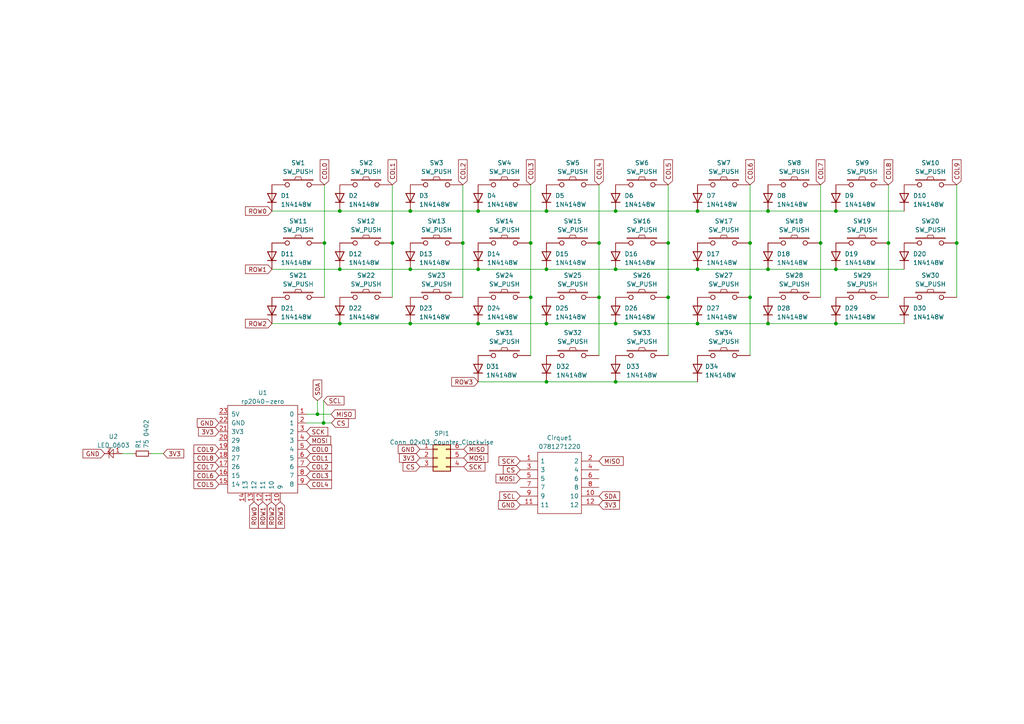
<source format=kicad_sch>
(kicad_sch (version 20230121) (generator eeschema)
  (paper "A4")
  (lib_symbols
    (symbol "0781271220:0781271220" (pin_names (offset 0.762))
      (property "Reference" "J" (at 19.05 7.62 0))
      (property "Value" "0781271220" (at 19.05 5.08 0))
      (symbol "0781271220_0_0"
        (pin passive line (at 0 0 0) (length 5.08) (name "1") (number "1"))
        (pin passive line (at 22.86 -10.16 180) (length 5.08) (name "10") (number "10"))
        (pin passive line (at 0 -12.7 0) (length 5.08) (name "11") (number "11"))
        (pin passive line (at 22.86 -12.7 180) (length 5.08) (name "12") (number "12"))
        (pin passive line (at 22.86 0 180) (length 5.08) (name "2") (number "2"))
        (pin passive line (at 0 -2.54 0) (length 5.08) (name "3") (number "3"))
        (pin passive line (at 22.86 -2.54 180) (length 5.08) (name "4") (number "4"))
        (pin passive line (at 0 -5.08 0) (length 5.08) (name "5") (number "5"))
        (pin passive line (at 22.86 -5.08 180) (length 5.08) (name "6") (number "6"))
        (pin passive line (at 0 -7.62 0) (length 5.08) (name "7") (number "7"))
        (pin passive line (at 22.86 -7.62 180) (length 5.08) (name "8") (number "8"))
        (pin passive line (at 0 -10.16 0) (length 5.08) (name "9") (number "9"))
      )
      (symbol "0781271220_0_1"
        (polyline (pts (xy 5.08 2.54) (xy 17.78 2.54) (xy 17.78 -15.24) (xy 5.08 -15.24) (xy 5.08 2.54)) (stroke (width 0.1524)))
      )
    )
    (symbol "Connector_Generic:Conn_02x03_Counter_Clockwise" (pin_names (offset 1.016) hide)
      (property "Reference" "J" (at 1.27 5.08 0))
      (property "Value" "Conn_02x03_Counter_Clockwise" (at 1.27 -5.08 0))
      (symbol "Conn_02x03_Counter_Clockwise_1_1"
        (rectangle (start -1.27 -2.413) (end 0 -2.667) (stroke (width 0.1524)))
        (rectangle (start -1.27 0.127) (end 0 -0.127) (stroke (width 0.1524)))
        (rectangle (start -1.27 2.667) (end 0 2.413) (stroke (width 0.1524)))
        (rectangle (start -1.27 3.81) (end 3.81 -3.81) (stroke (width 0.254)) (fill (type background)))
        (rectangle (start 3.81 -2.413) (end 2.54 -2.667) (stroke (width 0.1524)))
        (rectangle (start 3.81 0.127) (end 2.54 -0.127) (stroke (width 0.1524)))
        (rectangle (start 3.81 2.667) (end 2.54 2.413) (stroke (width 0.1524)))
        (pin passive line (at -5.08 2.54 0) (length 3.81) (name "Pin_1") (number "1"))
        (pin passive line (at -5.08 0 0) (length 3.81) (name "Pin_2") (number "2"))
        (pin passive line (at -5.08 -2.54 0) (length 3.81) (name "Pin_3") (number "3"))
        (pin passive line (at 7.62 -2.54 180) (length 3.81) (name "Pin_4") (number "4"))
        (pin passive line (at 7.62 0 180) (length 3.81) (name "Pin_5") (number "5"))
        (pin passive line (at 7.62 2.54 180) (length 3.81) (name "Pin_6") (number "6"))
      )
    )
    (symbol "Device:R_Small" (pin_numbers hide) (pin_names (offset 0.254) hide)
      (property "Reference" "R" (at 0.762 0.508 0))
      (property "Value" "R_Small" (at 0.762 -1.016 0))
      (symbol "R_Small_0_1"
        (rectangle (start -0.762 1.778) (end 0.762 -1.778) (stroke (width 0.2032)))
      )
      (symbol "R_Small_1_1"
        (pin passive line (at 0 2.54 270) (length 0.762) (name "~") (number "1"))
        (pin passive line (at 0 -2.54 90) (length 0.762) (name "~") (number "2"))
      )
    )
    (symbol "Diode:1N4148W" (pin_numbers hide) (pin_names hide)
      (property "Reference" "D" (at 0 2.54 0))
      (property "Value" "1N4148W" (at 0 -2.54 0))
      (symbol "1N4148W_0_1"
        (polyline (pts (xy -1.27 1.27) (xy -1.27 -1.27)) (stroke (width 0.254)))
        (polyline (pts (xy 1.27 0) (xy -1.27 0)))
        (polyline (pts (xy 1.27 1.27) (xy 1.27 -1.27) (xy -1.27 0) (xy 1.27 1.27)) (stroke (width 0.254)))
      )
      (symbol "1N4148W_1_1"
        (pin passive line (at -3.81 0 0) (length 2.54) (name "K") (number "1"))
        (pin passive line (at 3.81 0 180) (length 2.54) (name "A") (number "2"))
      )
    )
    (symbol "alexsyms:LED_0603"
      (property "Reference" "U" (at 0 6.35 0))
      (property "Value" "LED_0603" (at 0 2.54 0))
      (symbol "LED_0603_0_1"
        (polyline (pts (xy 0 0) (xy 0 -1.27)))
        (polyline (pts (xy 1.27 0) (xy -1.27 0)))
        (polyline (pts (xy -1.27 1.27) (xy 1.27 1.27) (xy 0 0) (xy -1.27 1.27) (xy 0 1.27) (xy 0 3.81)))
      )
      (symbol "LED_0603_1_1"
        (pin power_in line (at 0 3.81 270) (length 2.54) (name "") (number "1"))
        (pin power_out line (at 0 -1.27 90) (length 2.54) (name "") (number "2"))
      )
    )
    (symbol "kbd:SW_PUSH" (pin_numbers hide) (pin_names (offset 1.016) hide)
      (property "Reference" "SW" (at 3.81 2.794 0))
      (property "Value" "SW_PUSH" (at 0 -2.032 0))
      (symbol "SW_PUSH_0_1"
        (rectangle (start -4.318 1.27) (end 4.318 1.524))
        (polyline (pts (xy -1.016 1.524) (xy -0.762 2.286) (xy 0.762 2.286) (xy 1.016 1.524)))
        (pin passive inverted (at -7.62 0 0) (length 5.08) (name "1") (number "1"))
        (pin passive inverted (at 7.62 0 180) (length 5.08) (name "2") (number "2"))
      )
    )
    (symbol "mcu:rp2040-zero" (pin_names (offset 1.016))
      (property "Reference" "U" (at 0 15.24 0))
      (property "Value" "rp2040-zero" (at 0 12.7 0))
      (symbol "rp2040-zero_0_1"
        (rectangle (start -10.16 11.43) (end 10.16 -13.97))
      )
      (symbol "rp2040-zero_1_1"
        (pin bidirectional line (at 12.7 8.89 180) (length 2.54) (name "0") (number "1"))
        (pin bidirectional line (at 5.08 -16.51 90) (length 2.54) (name "9") (number "10"))
        (pin bidirectional line (at 2.54 -16.51 90) (length 2.54) (name "10") (number "11"))
        (pin bidirectional line (at 0 -16.51 90) (length 2.54) (name "11") (number "12"))
        (pin bidirectional line (at -2.54 -16.51 90) (length 2.54) (name "12") (number "13"))
        (pin bidirectional line (at -5.08 -16.51 90) (length 2.54) (name "13") (number "14"))
        (pin bidirectional line (at -12.7 -11.43 0) (length 2.54) (name "14") (number "15"))
        (pin bidirectional line (at -12.7 -8.89 0) (length 2.54) (name "15") (number "16"))
        (pin bidirectional line (at -12.7 -6.35 0) (length 2.54) (name "26") (number "17"))
        (pin bidirectional line (at -12.7 -3.81 0) (length 2.54) (name "27") (number "18"))
        (pin bidirectional line (at -12.7 -1.27 0) (length 2.54) (name "28") (number "19"))
        (pin bidirectional line (at 12.7 6.35 180) (length 2.54) (name "1") (number "2"))
        (pin bidirectional line (at -12.7 1.27 0) (length 2.54) (name "29") (number "20"))
        (pin power_out line (at -12.7 3.81 0) (length 2.54) (name "3V3") (number "21"))
        (pin power_out line (at -12.7 6.35 0) (length 2.54) (name "GND") (number "22"))
        (pin power_out line (at -12.7 8.89 0) (length 2.54) (name "5V") (number "23"))
        (pin bidirectional line (at 12.7 3.81 180) (length 2.54) (name "2") (number "3"))
        (pin bidirectional line (at 12.7 1.27 180) (length 2.54) (name "3") (number "4"))
        (pin bidirectional line (at 12.7 -1.27 180) (length 2.54) (name "4") (number "5"))
        (pin bidirectional line (at 12.7 -3.81 180) (length 2.54) (name "5") (number "6"))
        (pin bidirectional line (at 12.7 -6.35 180) (length 2.54) (name "6") (number "7"))
        (pin bidirectional line (at 12.7 -8.89 180) (length 2.54) (name "7") (number "8"))
        (pin bidirectional line (at 12.7 -11.43 180) (length 2.54) (name "8") (number "9"))
      )
    )
  )
  (junction (at 98.552 61.214))
  (junction (at 242.443 78.105))
  (junction (at 118.999 78.105))
  (junction (at 193.802 70.485))
  (junction (at 173.736 86.233))
  (junction (at 242.443 93.853))
  (junction (at 178.562 110.744))
  (junction (at 237.998 70.485))
  (junction (at 153.924 70.485))
  (junction (at 222.758 61.214))
  (junction (at 277.495 70.485))
  (junction (at 158.496 93.853))
  (junction (at 222.758 78.105))
  (junction (at 134.239 70.485))
  (junction (at 202.311 93.853))
  (junction (at 173.736 70.485))
  (junction (at 217.551 70.485))
  (junction (at 178.562 61.214))
  (junction (at 193.802 86.233))
  (junction (at 98.552 78.105))
  (junction (at 93.853 122.682))
  (junction (at 98.552 93.853))
  (junction (at 178.562 78.105))
  (junction (at 138.684 93.853))
  (junction (at 178.562 93.853))
  (junction (at 222.758 93.853))
  (junction (at 158.496 78.105))
  (junction (at 217.551 86.233))
  (junction (at 153.924 86.233))
  (junction (at 158.496 110.744))
  (junction (at 138.684 61.214))
  (junction (at 113.792 70.485))
  (junction (at 92.075 120.142))
  (junction (at 202.311 78.105))
  (junction (at 94.107 70.485))
  (junction (at 138.684 78.105))
  (junction (at 242.443 61.214))
  (junction (at 257.683 70.485))
  (junction (at 202.311 61.214))
  (junction (at 118.999 93.853))
  (junction (at 158.496 61.214))
  (junction (at 118.999 61.214))
  (wire (pts (xy 98.552 93.853) (xy 118.999 93.853)))
  (wire (pts (xy 193.802 53.594) (xy 193.802 70.485)))
  (wire (pts (xy 217.551 70.485) (xy 217.551 86.233)))
  (wire (pts (xy 178.562 78.105) (xy 202.311 78.105)))
  (wire (pts (xy 193.802 86.233) (xy 193.802 103.124)))
  (wire (pts (xy 178.562 110.744) (xy 202.311 110.744)))
  (wire (pts (xy 93.853 116.205) (xy 93.853 122.682)))
  (wire (pts (xy 78.867 61.214) (xy 98.552 61.214)))
  (wire (pts (xy 93.853 122.682) (xy 96.139 122.682)))
  (wire (pts (xy 94.107 70.485) (xy 94.107 86.233)))
  (wire (pts (xy 173.736 53.594) (xy 173.736 70.485)))
  (wire (pts (xy 222.758 78.105) (xy 242.443 78.105)))
  (wire (pts (xy 92.075 120.142) (xy 96.012 120.142)))
  (wire (pts (xy 237.998 70.485) (xy 237.998 86.233)))
  (wire (pts (xy 257.683 70.485) (xy 257.683 86.233)))
  (wire (pts (xy 217.551 53.594) (xy 217.551 70.485)))
  (wire (pts (xy 138.684 78.105) (xy 158.496 78.105)))
  (wire (pts (xy 88.9 120.142) (xy 92.075 120.142)))
  (wire (pts (xy 237.998 53.594) (xy 237.998 70.485)))
  (wire (pts (xy 158.496 61.214) (xy 178.562 61.214)))
  (wire (pts (xy 222.758 61.214) (xy 242.443 61.214)))
  (wire (pts (xy 217.551 86.233) (xy 217.551 103.124)))
  (wire (pts (xy 193.802 70.485) (xy 193.802 86.233)))
  (wire (pts (xy 118.999 93.853) (xy 138.684 93.853)))
  (wire (pts (xy 134.239 53.594) (xy 134.239 70.485)))
  (wire (pts (xy 35.433 131.572) (xy 38.735 131.572)))
  (wire (pts (xy 242.443 93.853) (xy 262.255 93.853)))
  (wire (pts (xy 158.496 93.853) (xy 178.562 93.853)))
  (wire (pts (xy 78.867 78.105) (xy 98.552 78.105)))
  (wire (pts (xy 113.792 70.485) (xy 113.792 86.233)))
  (wire (pts (xy 178.562 61.214) (xy 202.311 61.214)))
  (wire (pts (xy 202.311 93.853) (xy 222.758 93.853)))
  (wire (pts (xy 43.815 131.572) (xy 47.371 131.572)))
  (wire (pts (xy 118.999 78.105) (xy 138.684 78.105)))
  (wire (pts (xy 118.999 61.214) (xy 138.684 61.214)))
  (wire (pts (xy 202.311 61.214) (xy 222.758 61.214)))
  (wire (pts (xy 88.9 122.682) (xy 93.853 122.682)))
  (wire (pts (xy 153.924 86.233) (xy 153.924 103.124)))
  (wire (pts (xy 222.758 93.853) (xy 242.443 93.853)))
  (wire (pts (xy 94.107 53.594) (xy 94.107 70.485)))
  (wire (pts (xy 173.736 70.485) (xy 173.736 86.233)))
  (wire (pts (xy 78.867 93.853) (xy 98.552 93.853)))
  (wire (pts (xy 173.736 86.233) (xy 173.736 103.124)))
  (wire (pts (xy 138.684 93.853) (xy 158.496 93.853)))
  (wire (pts (xy 138.684 61.214) (xy 158.496 61.214)))
  (wire (pts (xy 202.311 78.105) (xy 222.758 78.105)))
  (wire (pts (xy 92.075 116.205) (xy 92.075 120.142)))
  (wire (pts (xy 98.552 61.214) (xy 118.999 61.214)))
  (wire (pts (xy 277.495 53.594) (xy 277.495 70.485)))
  (wire (pts (xy 134.239 70.485) (xy 134.239 86.233)))
  (wire (pts (xy 277.495 70.485) (xy 277.495 86.233)))
  (wire (pts (xy 158.496 110.744) (xy 178.562 110.744)))
  (wire (pts (xy 98.552 78.105) (xy 118.999 78.105)))
  (wire (pts (xy 138.684 110.744) (xy 158.496 110.744)))
  (wire (pts (xy 178.562 93.853) (xy 202.311 93.853)))
  (wire (pts (xy 242.443 78.105) (xy 262.255 78.105)))
  (wire (pts (xy 257.683 53.594) (xy 257.683 70.485)))
  (wire (pts (xy 153.924 70.485) (xy 153.924 86.233)))
  (wire (pts (xy 242.443 61.214) (xy 262.255 61.214)))
  (wire (pts (xy 153.924 53.594) (xy 153.924 70.485)))
  (wire (pts (xy 158.496 78.105) (xy 178.562 78.105)))
  (wire (pts (xy 113.792 53.594) (xy 113.792 70.485)))
  (global_label "ROW0" (shape input) (at 78.867 61.214 180) (property "Intersheetrefs" "${INTERSHEET_REFS}" (effects hide)))
  (global_label "GND" (shape input) (at 121.793 130.302 180) (property "Intersheetrefs" "${INTERSHEET_REFS}" (effects hide)))
  (global_label "MOSI" (shape input) (at 134.493 132.842 0) (property "Intersheetrefs" "${INTERSHEET_REFS}" (effects hide)))
  (global_label "COL0" (shape input) (at 94.107 53.594 90) (property "Intersheetrefs" "${INTERSHEET_REFS}" (effects hide)))
  (global_label "SCK" (shape input) (at 150.876 133.731 180) (property "Intersheetrefs" "${INTERSHEET_REFS}" (effects hide)))
  (global_label "COL2" (shape input) (at 88.9 135.382 0) (property "Intersheetrefs" "${INTERSHEET_REFS}" (effects hide)))
  (global_label "MISO" (shape input) (at 96.012 120.142 0) (property "Intersheetrefs" "${INTERSHEET_REFS}" (effects hide)))
  (global_label "COL8" (shape input) (at 257.683 53.594 90) (property "Intersheetrefs" "${INTERSHEET_REFS}" (effects hide)))
  (global_label "ROW2" (shape input) (at 78.74 145.542 270) (property "Intersheetrefs" "${INTERSHEET_REFS}" (effects hide)))
  (global_label "COL8" (shape input) (at 63.5 132.842 180) (property "Intersheetrefs" "${INTERSHEET_REFS}" (effects hide)))
  (global_label "COL1" (shape input) (at 88.9 132.842 0) (property "Intersheetrefs" "${INTERSHEET_REFS}" (effects hide)))
  (global_label "CS" (shape input) (at 150.876 136.271 180) (property "Intersheetrefs" "${INTERSHEET_REFS}" (effects hide)))
  (global_label "COL4" (shape input) (at 88.9 140.462 0) (property "Intersheetrefs" "${INTERSHEET_REFS}" (effects hide)))
  (global_label "SDA" (shape input) (at 173.736 143.891 0) (property "Intersheetrefs" "${INTERSHEET_REFS}" (effects hide)))
  (global_label "SCL" (shape input) (at 93.853 116.205 0) (property "Intersheetrefs" "${INTERSHEET_REFS}" (effects hide)))
  (global_label "3V3" (shape input) (at 173.736 146.431 0) (property "Intersheetrefs" "${INTERSHEET_REFS}" (effects hide)))
  (global_label "CS" (shape input) (at 96.139 122.682 0) (property "Intersheetrefs" "${INTERSHEET_REFS}" (effects hide)))
  (global_label "COL6" (shape input) (at 63.5 137.922 180) (property "Intersheetrefs" "${INTERSHEET_REFS}" (effects hide)))
  (global_label "COL2" (shape input) (at 134.239 53.594 90) (property "Intersheetrefs" "${INTERSHEET_REFS}" (effects hide)))
  (global_label "SCK" (shape input) (at 134.493 135.382 0) (property "Intersheetrefs" "${INTERSHEET_REFS}" (effects hide)))
  (global_label "SCL" (shape input) (at 150.876 143.891 180) (property "Intersheetrefs" "${INTERSHEET_REFS}" (effects hide)))
  (global_label "MOSI" (shape input) (at 150.876 138.811 180) (property "Intersheetrefs" "${INTERSHEET_REFS}" (effects hide)))
  (global_label "CS" (shape input) (at 121.793 135.382 180) (property "Intersheetrefs" "${INTERSHEET_REFS}" (effects hide)))
  (global_label "ROW3" (shape input) (at 81.28 145.542 270) (property "Intersheetrefs" "${INTERSHEET_REFS}" (effects hide)))
  (global_label "GND" (shape input) (at 30.353 131.572 180) (property "Intersheetrefs" "${INTERSHEET_REFS}" (effects hide)))
  (global_label "COL5" (shape input) (at 63.5 140.462 180) (property "Intersheetrefs" "${INTERSHEET_REFS}" (effects hide)))
  (global_label "COL7" (shape input) (at 237.998 53.594 90) (property "Intersheetrefs" "${INTERSHEET_REFS}" (effects hide)))
  (global_label "COL0" (shape input) (at 88.9 130.302 0) (property "Intersheetrefs" "${INTERSHEET_REFS}" (effects hide)))
  (global_label "ROW1" (shape input) (at 78.867 78.105 180) (property "Intersheetrefs" "${INTERSHEET_REFS}" (effects hide)))
  (global_label "SCK" (shape input) (at 88.9 125.222 0) (property "Intersheetrefs" "${INTERSHEET_REFS}" (effects hide)))
  (global_label "ROW2" (shape input) (at 78.867 93.853 180) (property "Intersheetrefs" "${INTERSHEET_REFS}" (effects hide)))
  (global_label "GND" (shape input) (at 63.5 122.682 180) (property "Intersheetrefs" "${INTERSHEET_REFS}" (effects hide)))
  (global_label "COL9" (shape input) (at 277.495 53.594 90) (property "Intersheetrefs" "${INTERSHEET_REFS}" (effects hide)))
  (global_label "COL1" (shape input) (at 113.792 53.594 90) (property "Intersheetrefs" "${INTERSHEET_REFS}" (effects hide)))
  (global_label "COL5" (shape input) (at 193.802 53.594 90) (property "Intersheetrefs" "${INTERSHEET_REFS}" (effects hide)))
  (global_label "MISO" (shape input) (at 134.493 130.302 0) (property "Intersheetrefs" "${INTERSHEET_REFS}" (effects hide)))
  (global_label "COL6" (shape input) (at 217.551 53.594 90) (property "Intersheetrefs" "${INTERSHEET_REFS}" (effects hide)))
  (global_label "GND" (shape input) (at 150.876 146.431 180) (property "Intersheetrefs" "${INTERSHEET_REFS}" (effects hide)))
  (global_label "COL3" (shape input) (at 153.924 53.594 90) (property "Intersheetrefs" "${INTERSHEET_REFS}" (effects hide)))
  (global_label "COL9" (shape input) (at 63.5 130.302 180) (property "Intersheetrefs" "${INTERSHEET_REFS}" (effects hide)))
  (global_label "SDA" (shape input) (at 92.075 116.205 90) (property "Intersheetrefs" "${INTERSHEET_REFS}" (effects hide)))
  (global_label "COL4" (shape input) (at 173.736 53.594 90) (property "Intersheetrefs" "${INTERSHEET_REFS}" (effects hide)))
  (global_label "ROW3" (shape input) (at 138.684 110.744 180) (property "Intersheetrefs" "${INTERSHEET_REFS}" (effects hide)))
  (global_label "3V3" (shape input) (at 121.793 132.842 180) (property "Intersheetrefs" "${INTERSHEET_REFS}" (effects hide)))
  (global_label "3V3" (shape input) (at 47.371 131.572 0) (property "Intersheetrefs" "${INTERSHEET_REFS}" (effects hide)))
  (global_label "COL7" (shape input) (at 63.5 135.382 180) (property "Intersheetrefs" "${INTERSHEET_REFS}" (effects hide)))
  (global_label "3V3" (shape input) (at 63.5 125.222 180) (property "Intersheetrefs" "${INTERSHEET_REFS}" (effects hide)))
  (global_label "ROW1" (shape input) (at 76.2 145.542 270) (property "Intersheetrefs" "${INTERSHEET_REFS}" (effects hide)))
  (global_label "ROW0" (shape input) (at 73.66 145.542 270) (property "Intersheetrefs" "${INTERSHEET_REFS}" (effects hide)))
  (global_label "COL3" (shape input) (at 88.9 137.922 0) (property "Intersheetrefs" "${INTERSHEET_REFS}" (effects hide)))
  (global_label "MISO" (shape input) (at 173.736 133.731 0) (property "Intersheetrefs" "${INTERSHEET_REFS}" (effects hide)))
  (global_label "MOSI" (shape input) (at 88.9 127.762 0) (property "Intersheetrefs" "${INTERSHEET_REFS}" (effects hide)))
  (symbol (lib_id "Diode:1N4148W") (at 178.562 74.295 90) (unit 1)
    (property "Reference" "D16" (at 181.102 73.66 90) (effects (justify right)))
    (property "Value" "1N4148W" (at 181.102 76.2 90) (effects (justify right)))
    (property "Footprint" "Diode_SMD:D_SOD-123" (effects hide))
    (property "Datasheet" "https://www.vishay.com/docs/85748/1n4148w.pdf" (effects hide))
    (property "Sim.Device" "D" (effects hide))
    (property "Sim.Pins" "1=K 2=A" (effects hide))
  )
  (symbol (lib_id "kbd:SW_PUSH") (at 230.378 53.594 0) (unit 1)
    (property "Reference" "SW8" (at 230.378 47.244 0))
    (property "Value" "SW_PUSH" (at 230.378 49.784 0))
    (property "Footprint" "keyswitches:Kailh_socket_MX_4fab" (effects hide))
  )
  (symbol (lib_id "kbd:SW_PUSH") (at 209.931 103.124 0) (unit 1)
    (property "Reference" "SW34" (at 209.931 96.52 0))
    (property "Value" "SW_PUSH" (at 209.931 99.06 0))
    (property "Footprint" "keyswitches:Kailh_socket_MX_4fab" (effects hide))
  )
  (symbol (lib_id "kbd:SW_PUSH") (at 166.116 70.485 0) (unit 1)
    (property "Reference" "SW15" (at 166.116 64.135 0))
    (property "Value" "SW_PUSH" (at 166.116 66.675 0))
    (property "Footprint" "keyswitches:Kailh_socket_MX_4fab" (effects hide))
  )
  (symbol (lib_id "Diode:1N4148W") (at 202.311 57.404 90) (unit 1)
    (property "Reference" "D7" (at 204.851 56.769 90) (effects (justify right)))
    (property "Value" "1N4148W" (at 204.851 59.309 90) (effects (justify right)))
    (property "Footprint" "Diode_SMD:D_SOD-123" (effects hide))
    (property "Datasheet" "https://www.vishay.com/docs/85748/1n4148w.pdf" (effects hide))
    (property "Sim.Device" "D" (effects hide))
    (property "Sim.Pins" "1=K 2=A" (effects hide))
  )
  (symbol (lib_id "kbd:SW_PUSH") (at 126.619 86.233 0) (unit 1)
    (property "Reference" "SW23" (at 126.619 79.883 0))
    (property "Value" "SW_PUSH" (at 126.619 82.423 0))
    (property "Footprint" "keyswitches:Kailh_socket_MX_4fab" (effects hide))
  )
  (symbol (lib_id "Diode:1N4148W") (at 202.311 74.295 90) (unit 1)
    (property "Reference" "D17" (at 204.851 73.66 90) (effects (justify right)))
    (property "Value" "1N4148W" (at 204.851 76.2 90) (effects (justify right)))
    (property "Footprint" "Diode_SMD:D_SOD-123" (effects hide))
    (property "Datasheet" "https://www.vishay.com/docs/85748/1n4148w.pdf" (effects hide))
    (property "Sim.Device" "D" (effects hide))
    (property "Sim.Pins" "1=K 2=A" (effects hide))
  )
  (symbol (lib_id "Diode:1N4148W") (at 262.255 74.295 90) (unit 1)
    (property "Reference" "D20" (at 264.795 73.66 90) (effects (justify right)))
    (property "Value" "1N4148W" (at 264.795 76.2 90) (effects (justify right)))
    (property "Footprint" "Diode_SMD:D_SOD-123" (effects hide))
    (property "Datasheet" "https://www.vishay.com/docs/85748/1n4148w.pdf" (effects hide))
    (property "Sim.Device" "D" (effects hide))
    (property "Sim.Pins" "1=K 2=A" (effects hide))
  )
  (symbol (lib_id "kbd:SW_PUSH") (at 126.619 53.594 0) (unit 1)
    (property "Reference" "SW3" (at 126.619 47.244 0))
    (property "Value" "SW_PUSH" (at 126.619 49.784 0))
    (property "Footprint" "keyswitches:Kailh_socket_MX_4fab" (effects hide))
  )
  (symbol (lib_id "Diode:1N4148W") (at 158.496 57.404 90) (unit 1)
    (property "Reference" "D5" (at 161.036 56.769 90) (effects (justify right)))
    (property "Value" "1N4148W" (at 161.036 59.309 90) (effects (justify right)))
    (property "Footprint" "Diode_SMD:D_SOD-123" (effects hide))
    (property "Datasheet" "https://www.vishay.com/docs/85748/1n4148w.pdf" (effects hide))
    (property "Sim.Device" "D" (effects hide))
    (property "Sim.Pins" "1=K 2=A" (effects hide))
  )
  (symbol (lib_id "kbd:SW_PUSH") (at 106.172 86.233 0) (unit 1)
    (property "Reference" "SW22" (at 106.172 79.883 0))
    (property "Value" "SW_PUSH" (at 106.172 82.423 0))
    (property "Footprint" "keyswitches:Kailh_socket_MX_4fab" (effects hide))
  )
  (symbol (lib_id "kbd:SW_PUSH") (at 106.172 53.594 0) (unit 1)
    (property "Reference" "SW2" (at 106.172 47.244 0))
    (property "Value" "SW_PUSH" (at 106.172 49.784 0))
    (property "Footprint" "keyswitches:Kailh_socket_MX_4fab" (effects hide))
  )
  (symbol (lib_id "Diode:1N4148W") (at 118.999 90.043 90) (unit 1)
    (property "Reference" "D23" (at 121.539 89.408 90) (effects (justify right)))
    (property "Value" "1N4148W" (at 121.539 91.948 90) (effects (justify right)))
    (property "Footprint" "Diode_SMD:D_SOD-123" (effects hide))
    (property "Datasheet" "https://www.vishay.com/docs/85748/1n4148w.pdf" (effects hide))
    (property "Sim.Device" "D" (effects hide))
    (property "Sim.Pins" "1=K 2=A" (effects hide))
  )
  (symbol (lib_id "kbd:SW_PUSH") (at 86.487 86.233 0) (unit 1)
    (property "Reference" "SW21" (at 86.487 79.883 0))
    (property "Value" "SW_PUSH" (at 86.487 82.423 0))
    (property "Footprint" "keyswitches:Kailh_socket_MX_4fab" (effects hide))
  )
  (symbol (lib_id "Diode:1N4148W") (at 202.311 90.043 90) (unit 1)
    (property "Reference" "D27" (at 204.851 89.408 90) (effects (justify right)))
    (property "Value" "1N4148W" (at 204.851 91.948 90) (effects (justify right)))
    (property "Footprint" "Diode_SMD:D_SOD-123" (effects hide))
    (property "Datasheet" "https://www.vishay.com/docs/85748/1n4148w.pdf" (effects hide))
    (property "Sim.Device" "D" (effects hide))
    (property "Sim.Pins" "1=K 2=A" (effects hide))
  )
  (symbol (lib_id "Diode:1N4148W") (at 178.562 106.934 90) (unit 1)
    (property "Reference" "D33" (at 181.61 106.299 90) (effects (justify right)))
    (property "Value" "1N4148W" (at 181.61 108.839 90) (effects (justify right)))
    (property "Footprint" "Diode_SMD:D_SOD-123" (effects hide))
    (property "Datasheet" "https://www.vishay.com/docs/85748/1n4148w.pdf" (effects hide))
    (property "Sim.Device" "D" (effects hide))
    (property "Sim.Pins" "1=K 2=A" (effects hide))
  )
  (symbol (lib_id "kbd:SW_PUSH") (at 166.116 86.233 0) (unit 1)
    (property "Reference" "SW25" (at 166.116 79.883 0))
    (property "Value" "SW_PUSH" (at 166.116 82.423 0))
    (property "Footprint" "keyswitches:Kailh_socket_MX_4fab" (effects hide))
  )
  (symbol (lib_id "Diode:1N4148W") (at 158.496 74.295 90) (unit 1)
    (property "Reference" "D15" (at 161.036 73.66 90) (effects (justify right)))
    (property "Value" "1N4148W" (at 161.036 76.2 90) (effects (justify right)))
    (property "Footprint" "Diode_SMD:D_SOD-123" (effects hide))
    (property "Datasheet" "https://www.vishay.com/docs/85748/1n4148w.pdf" (effects hide))
    (property "Sim.Device" "D" (effects hide))
    (property "Sim.Pins" "1=K 2=A" (effects hide))
  )
  (symbol (lib_id "Diode:1N4148W") (at 178.562 57.404 90) (unit 1)
    (property "Reference" "D6" (at 181.102 56.769 90) (effects (justify right)))
    (property "Value" "1N4148W" (at 181.102 59.309 90) (effects (justify right)))
    (property "Footprint" "Diode_SMD:D_SOD-123" (effects hide))
    (property "Datasheet" "https://www.vishay.com/docs/85748/1n4148w.pdf" (effects hide))
    (property "Sim.Device" "D" (effects hide))
    (property "Sim.Pins" "1=K 2=A" (effects hide))
  )
  (symbol (lib_id "kbd:SW_PUSH") (at 186.182 103.124 0) (unit 1)
    (property "Reference" "SW33" (at 186.182 96.52 0))
    (property "Value" "SW_PUSH" (at 186.182 99.06 0))
    (property "Footprint" "keyswitches:Kailh_socket_MX_4fab" (effects hide))
  )
  (symbol (lib_id "Diode:1N4148W") (at 242.443 90.043 90) (unit 1)
    (property "Reference" "D29" (at 244.983 89.408 90) (effects (justify right)))
    (property "Value" "1N4148W" (at 244.983 91.948 90) (effects (justify right)))
    (property "Footprint" "Diode_SMD:D_SOD-123" (effects hide))
    (property "Datasheet" "https://www.vishay.com/docs/85748/1n4148w.pdf" (effects hide))
    (property "Sim.Device" "D" (effects hide))
    (property "Sim.Pins" "1=K 2=A" (effects hide))
  )
  (symbol (lib_id "0781271220:0781271220") (at 150.876 133.731 0) (unit 1)
    (property "Reference" "Cirque1" (at 162.306 127 0))
    (property "Value" "0781271220" (at 162.306 129.54 0))
    (property "Footprint" "molex:0781271220" (effects hide))
    (property "Datasheet" "https://www.molex.com/pdm_docs/sd/781271220_sd.pdf" (effects hide))
    (property "Description" "Conn FFC/FPC Connector SKT 12 POS 0.5mm Solder ST SMD Easy-On T/R" (effects hide))
    (property "Height" "4.2" (effects hide))
    (property "Mouser Part Number" "538-78127-1220" (effects hide))
    (property "Mouser Price/Stock" "https://www.mouser.co.uk/ProductDetail/Molex/0781271220?qs=BJlw7L4Cy79IAfNy30YYvQ%3D%3D" (effects hide))
    (property "Manufacturer_Name" "Molex" (effects hide))
    (property "Manufacturer_Part_Number" "0781271220" (effects hide))
  )
  (symbol (lib_id "kbd:SW_PUSH") (at 86.487 70.485 0) (unit 1)
    (property "Reference" "SW11" (at 86.487 64.135 0))
    (property "Value" "SW_PUSH" (at 86.487 66.675 0))
    (property "Footprint" "keyswitches:Kailh_socket_MX_4fab" (effects hide))
  )
  (symbol (lib_id "kbd:SW_PUSH") (at 209.931 70.485 0) (unit 1)
    (property "Reference" "SW17" (at 209.931 64.135 0))
    (property "Value" "SW_PUSH" (at 209.931 66.675 0))
    (property "Footprint" "keyswitches:Kailh_socket_MX_4fab" (effects hide))
  )
  (symbol (lib_id "kbd:SW_PUSH") (at 269.875 53.594 0) (unit 1)
    (property "Reference" "SW10" (at 269.875 47.244 0))
    (property "Value" "SW_PUSH" (at 269.875 49.784 0))
    (property "Footprint" "keyswitches:Kailh_socket_MX_4fab" (effects hide))
  )
  (symbol (lib_id "Diode:1N4148W") (at 138.684 106.934 90) (unit 1)
    (property "Reference" "D31" (at 140.97 106.299 90) (effects (justify right)))
    (property "Value" "1N4148W" (at 140.97 108.839 90) (effects (justify right)))
    (property "Footprint" "Diode_SMD:D_SOD-123" (effects hide))
    (property "Datasheet" "https://www.vishay.com/docs/85748/1n4148w.pdf" (effects hide))
    (property "Sim.Device" "D" (effects hide))
    (property "Sim.Pins" "1=K 2=A" (effects hide))
  )
  (symbol (lib_id "kbd:SW_PUSH") (at 250.063 53.594 0) (unit 1)
    (property "Reference" "SW9" (at 250.063 47.244 0))
    (property "Value" "SW_PUSH" (at 250.063 49.784 0))
    (property "Footprint" "keyswitches:Kailh_socket_MX_4fab" (effects hide))
  )
  (symbol (lib_id "Device:R_Small") (at 41.275 131.572 90) (unit 1)
    (property "Reference" "R1" (at 40.1066 130.0734 0) (effects (justify left)))
    (property "Value" "75 0402" (at 42.418 130.0734 0) (effects (justify left)))
    (property "Footprint" "Resistor_SMD:R_0402_1005Metric" (effects hide))
    (property "JLC" " C25133" (effects hide))
  )
  (symbol (lib_id "kbd:SW_PUSH") (at 126.619 70.485 0) (unit 1)
    (property "Reference" "SW13" (at 126.619 64.135 0))
    (property "Value" "SW_PUSH" (at 126.619 66.675 0))
    (property "Footprint" "keyswitches:Kailh_socket_MX_4fab" (effects hide))
  )
  (symbol (lib_id "Diode:1N4148W") (at 98.552 74.295 90) (unit 1)
    (property "Reference" "D12" (at 101.092 73.66 90) (effects (justify right)))
    (property "Value" "1N4148W" (at 101.092 76.2 90) (effects (justify right)))
    (property "Footprint" "Diode_SMD:D_SOD-123" (effects hide))
    (property "Datasheet" "https://www.vishay.com/docs/85748/1n4148w.pdf" (effects hide))
    (property "Sim.Device" "D" (effects hide))
    (property "Sim.Pins" "1=K 2=A" (effects hide))
  )
  (symbol (lib_id "kbd:SW_PUSH") (at 230.378 70.485 0) (unit 1)
    (property "Reference" "SW18" (at 230.378 64.135 0))
    (property "Value" "SW_PUSH" (at 230.378 66.675 0))
    (property "Footprint" "keyswitches:Kailh_socket_MX_4fab" (effects hide))
  )
  (symbol (lib_id "Diode:1N4148W") (at 138.684 90.043 90) (unit 1)
    (property "Reference" "D24" (at 141.224 89.408 90) (effects (justify right)))
    (property "Value" "1N4148W" (at 141.224 91.948 90) (effects (justify right)))
    (property "Footprint" "Diode_SMD:D_SOD-123" (effects hide))
    (property "Datasheet" "https://www.vishay.com/docs/85748/1n4148w.pdf" (effects hide))
    (property "Sim.Device" "D" (effects hide))
    (property "Sim.Pins" "1=K 2=A" (effects hide))
  )
  (symbol (lib_id "Diode:1N4148W") (at 222.758 90.043 90) (unit 1)
    (property "Reference" "D28" (at 225.298 89.408 90) (effects (justify right)))
    (property "Value" "1N4148W" (at 225.298 91.948 90) (effects (justify right)))
    (property "Footprint" "Diode_SMD:D_SOD-123" (effects hide))
    (property "Datasheet" "https://www.vishay.com/docs/85748/1n4148w.pdf" (effects hide))
    (property "Sim.Device" "D" (effects hide))
    (property "Sim.Pins" "1=K 2=A" (effects hide))
  )
  (symbol (lib_id "Diode:1N4148W") (at 118.999 57.404 90) (unit 1)
    (property "Reference" "D3" (at 121.539 56.769 90) (effects (justify right)))
    (property "Value" "1N4148W" (at 121.539 59.309 90) (effects (justify right)))
    (property "Footprint" "Diode_SMD:D_SOD-123" (effects hide))
    (property "Datasheet" "https://www.vishay.com/docs/85748/1n4148w.pdf" (effects hide))
    (property "Sim.Device" "D" (effects hide))
    (property "Sim.Pins" "1=K 2=A" (effects hide))
  )
  (symbol (lib_id "kbd:SW_PUSH") (at 186.182 53.594 0) (unit 1)
    (property "Reference" "SW6" (at 186.182 47.244 0))
    (property "Value" "SW_PUSH" (at 186.182 49.784 0))
    (property "Footprint" "keyswitches:Kailh_socket_MX_4fab" (effects hide))
  )
  (symbol (lib_id "Diode:1N4148W") (at 78.867 74.295 90) (unit 1)
    (property "Reference" "D11" (at 81.407 73.66 90) (effects (justify right)))
    (property "Value" "1N4148W" (at 81.407 76.2 90) (effects (justify right)))
    (property "Footprint" "Diode_SMD:D_SOD-123" (effects hide))
    (property "Datasheet" "https://www.vishay.com/docs/85748/1n4148w.pdf" (effects hide))
    (property "Sim.Device" "D" (effects hide))
    (property "Sim.Pins" "1=K 2=A" (effects hide))
  )
  (symbol (lib_id "kbd:SW_PUSH") (at 86.487 53.594 0) (unit 1)
    (property "Reference" "SW1" (at 86.487 47.244 0))
    (property "Value" "SW_PUSH" (at 86.487 49.784 0))
    (property "Footprint" "keyswitches:Kailh_socket_MX_4fab" (effects hide))
  )
  (symbol (lib_id "Diode:1N4148W") (at 222.758 57.404 90) (unit 1)
    (property "Reference" "D8" (at 225.298 56.769 90) (effects (justify right)))
    (property "Value" "1N4148W" (at 225.298 59.309 90) (effects (justify right)))
    (property "Footprint" "Diode_SMD:D_SOD-123" (effects hide))
    (property "Datasheet" "https://www.vishay.com/docs/85748/1n4148w.pdf" (effects hide))
    (property "Sim.Device" "D" (effects hide))
    (property "Sim.Pins" "1=K 2=A" (effects hide))
  )
  (symbol (lib_id "kbd:SW_PUSH") (at 230.378 86.233 0) (unit 1)
    (property "Reference" "SW28" (at 230.378 79.883 0))
    (property "Value" "SW_PUSH" (at 230.378 82.423 0))
    (property "Footprint" "keyswitches:Kailh_socket_MX_4fab" (effects hide))
  )
  (symbol (lib_id "kbd:SW_PUSH") (at 209.931 86.233 0) (unit 1)
    (property "Reference" "SW27" (at 209.931 79.883 0))
    (property "Value" "SW_PUSH" (at 209.931 82.423 0))
    (property "Footprint" "keyswitches:Kailh_socket_MX_4fab" (effects hide))
  )
  (symbol (lib_id "Diode:1N4148W") (at 98.552 57.404 90) (unit 1)
    (property "Reference" "D2" (at 101.092 56.769 90) (effects (justify right)))
    (property "Value" "1N4148W" (at 101.092 59.309 90) (effects (justify right)))
    (property "Footprint" "Diode_SMD:D_SOD-123" (effects hide))
    (property "Datasheet" "https://www.vishay.com/docs/85748/1n4148w.pdf" (effects hide))
    (property "Sim.Device" "D" (effects hide))
    (property "Sim.Pins" "1=K 2=A" (effects hide))
  )
  (symbol (lib_id "alexsyms:LED_0603") (at 31.623 131.572 270) (unit 1)
    (property "Reference" "U2" (at 32.893 126.619 90))
    (property "Value" "LED_0603" (at 32.893 129.159 90))
    (property "Footprint" "alexmade:LED_0603" (effects hide))
    (property "JLC" "C2286" (effects hide))
  )
  (symbol (lib_id "Diode:1N4148W") (at 242.443 74.295 90) (unit 1)
    (property "Reference" "D19" (at 244.983 73.66 90) (effects (justify right)))
    (property "Value" "1N4148W" (at 244.983 76.2 90) (effects (justify right)))
    (property "Footprint" "Diode_SMD:D_SOD-123" (effects hide))
    (property "Datasheet" "https://www.vishay.com/docs/85748/1n4148w.pdf" (effects hide))
    (property "Sim.Device" "D" (effects hide))
    (property "Sim.Pins" "1=K 2=A" (effects hide))
  )
  (symbol (lib_id "kbd:SW_PUSH") (at 146.304 70.485 0) (unit 1)
    (property "Reference" "SW14" (at 146.304 64.135 0))
    (property "Value" "SW_PUSH" (at 146.304 66.675 0))
    (property "Footprint" "keyswitches:Kailh_socket_MX_4fab" (effects hide))
  )
  (symbol (lib_id "kbd:SW_PUSH") (at 186.182 86.233 0) (unit 1)
    (property "Reference" "SW26" (at 186.182 79.883 0))
    (property "Value" "SW_PUSH" (at 186.182 82.423 0))
    (property "Footprint" "keyswitches:Kailh_socket_MX_4fab" (effects hide))
  )
  (symbol (lib_id "kbd:SW_PUSH") (at 146.304 53.594 0) (unit 1)
    (property "Reference" "SW4" (at 146.304 47.244 0))
    (property "Value" "SW_PUSH" (at 146.304 49.784 0))
    (property "Footprint" "keyswitches:Kailh_socket_MX_4fab" (effects hide))
  )
  (symbol (lib_id "Diode:1N4148W") (at 158.496 106.934 90) (unit 1)
    (property "Reference" "D32" (at 161.29 106.299 90) (effects (justify right)))
    (property "Value" "1N4148W" (at 161.29 108.839 90) (effects (justify right)))
    (property "Footprint" "Diode_SMD:D_SOD-123" (effects hide))
    (property "Datasheet" "https://www.vishay.com/docs/85748/1n4148w.pdf" (effects hide))
    (property "Sim.Device" "D" (effects hide))
    (property "Sim.Pins" "1=K 2=A" (effects hide))
  )
  (symbol (lib_id "kbd:SW_PUSH") (at 250.063 70.485 0) (unit 1)
    (property "Reference" "SW19" (at 250.063 64.135 0))
    (property "Value" "SW_PUSH" (at 250.063 66.675 0))
    (property "Footprint" "keyswitches:Kailh_socket_MX_4fab" (effects hide))
  )
  (symbol (lib_id "Diode:1N4148W") (at 262.255 90.043 90) (unit 1)
    (property "Reference" "D30" (at 264.795 89.408 90) (effects (justify right)))
    (property "Value" "1N4148W" (at 264.795 91.948 90) (effects (justify right)))
    (property "Footprint" "Diode_SMD:D_SOD-123" (effects hide))
    (property "Datasheet" "https://www.vishay.com/docs/85748/1n4148w.pdf" (effects hide))
    (property "Sim.Device" "D" (effects hide))
    (property "Sim.Pins" "1=K 2=A" (effects hide))
  )
  (symbol (lib_id "kbd:SW_PUSH") (at 269.875 86.233 0) (unit 1)
    (property "Reference" "SW30" (at 269.875 79.883 0))
    (property "Value" "SW_PUSH" (at 269.875 82.423 0))
    (property "Footprint" "keyswitches:Kailh_socket_MX_4fab" (effects hide))
  )
  (symbol (lib_id "Diode:1N4148W") (at 138.684 74.295 90) (unit 1)
    (property "Reference" "D14" (at 141.224 73.66 90) (effects (justify right)))
    (property "Value" "1N4148W" (at 141.224 76.2 90) (effects (justify right)))
    (property "Footprint" "Diode_SMD:D_SOD-123" (effects hide))
    (property "Datasheet" "https://www.vishay.com/docs/85748/1n4148w.pdf" (effects hide))
    (property "Sim.Device" "D" (effects hide))
    (property "Sim.Pins" "1=K 2=A" (effects hide))
  )
  (symbol (lib_id "Diode:1N4148W") (at 262.255 57.404 90) (unit 1)
    (property "Reference" "D10" (at 264.795 56.769 90) (effects (justify right)))
    (property "Value" "1N4148W" (at 264.795 59.309 90) (effects (justify right)))
    (property "Footprint" "Diode_SMD:D_SOD-123" (effects hide))
    (property "Datasheet" "https://www.vishay.com/docs/85748/1n4148w.pdf" (effects hide))
    (property "Sim.Device" "D" (effects hide))
    (property "Sim.Pins" "1=K 2=A" (effects hide))
  )
  (symbol (lib_id "Diode:1N4148W") (at 158.496 90.043 90) (unit 1)
    (property "Reference" "D25" (at 161.036 89.408 90) (effects (justify right)))
    (property "Value" "1N4148W" (at 161.036 91.948 90) (effects (justify right)))
    (property "Footprint" "Diode_SMD:D_SOD-123" (effects hide))
    (property "Datasheet" "https://www.vishay.com/docs/85748/1n4148w.pdf" (effects hide))
    (property "Sim.Device" "D" (effects hide))
    (property "Sim.Pins" "1=K 2=A" (effects hide))
  )
  (symbol (lib_id "Diode:1N4148W") (at 78.867 57.404 90) (unit 1)
    (property "Reference" "D1" (at 81.407 56.769 90) (effects (justify right)))
    (property "Value" "1N4148W" (at 81.407 59.309 90) (effects (justify right)))
    (property "Footprint" "Diode_SMD:D_SOD-123" (effects hide))
    (property "Datasheet" "https://www.vishay.com/docs/85748/1n4148w.pdf" (effects hide))
    (property "Sim.Device" "D" (effects hide))
    (property "Sim.Pins" "1=K 2=A" (effects hide))
  )
  (symbol (lib_id "Diode:1N4148W") (at 242.443 57.404 90) (unit 1)
    (property "Reference" "D9" (at 244.983 56.769 90) (effects (justify right)))
    (property "Value" "1N4148W" (at 244.983 59.309 90) (effects (justify right)))
    (property "Footprint" "Diode_SMD:D_SOD-123" (effects hide))
    (property "Datasheet" "https://www.vishay.com/docs/85748/1n4148w.pdf" (effects hide))
    (property "Sim.Device" "D" (effects hide))
    (property "Sim.Pins" "1=K 2=A" (effects hide))
  )
  (symbol (lib_id "kbd:SW_PUSH") (at 250.063 86.233 0) (unit 1)
    (property "Reference" "SW29" (at 250.063 79.883 0))
    (property "Value" "SW_PUSH" (at 250.063 82.423 0))
    (property "Footprint" "keyswitches:Kailh_socket_MX_4fab" (effects hide))
  )
  (symbol (lib_id "Diode:1N4148W") (at 138.684 57.404 90) (unit 1)
    (property "Reference" "D4" (at 141.224 56.769 90) (effects (justify right)))
    (property "Value" "1N4148W" (at 141.224 59.309 90) (effects (justify right)))
    (property "Footprint" "Diode_SMD:D_SOD-123" (effects hide))
    (property "Datasheet" "https://www.vishay.com/docs/85748/1n4148w.pdf" (effects hide))
    (property "Sim.Device" "D" (effects hide))
    (property "Sim.Pins" "1=K 2=A" (effects hide))
  )
  (symbol (lib_id "kbd:SW_PUSH") (at 146.304 103.124 0) (unit 1)
    (property "Reference" "SW31" (at 146.304 96.52 0))
    (property "Value" "SW_PUSH" (at 146.304 99.06 0))
    (property "Footprint" "keyswitches:Kailh_socket_MX_4fab" (effects hide))
  )
  (symbol (lib_id "Diode:1N4148W") (at 178.562 90.043 90) (unit 1)
    (property "Reference" "D26" (at 181.102 89.408 90) (effects (justify right)))
    (property "Value" "1N4148W" (at 181.102 91.948 90) (effects (justify right)))
    (property "Footprint" "Diode_SMD:D_SOD-123" (effects hide))
    (property "Datasheet" "https://www.vishay.com/docs/85748/1n4148w.pdf" (effects hide))
    (property "Sim.Device" "D" (effects hide))
    (property "Sim.Pins" "1=K 2=A" (effects hide))
  )
  (symbol (lib_id "kbd:SW_PUSH") (at 166.116 103.124 0) (unit 1)
    (property "Reference" "SW32" (at 166.116 96.52 0))
    (property "Value" "SW_PUSH" (at 166.116 99.06 0))
    (property "Footprint" "keyswitches:Kailh_socket_MX_4fab" (effects hide))
  )
  (symbol (lib_id "Diode:1N4148W") (at 202.311 106.934 90) (unit 1)
    (property "Reference" "D34" (at 204.47 106.299 90) (effects (justify right)))
    (property "Value" "1N4148W" (at 204.47 108.839 90) (effects (justify right)))
    (property "Footprint" "Diode_SMD:D_SOD-123" (effects hide))
    (property "Datasheet" "https://www.vishay.com/docs/85748/1n4148w.pdf" (effects hide))
    (property "Sim.Device" "D" (effects hide))
    (property "Sim.Pins" "1=K 2=A" (effects hide))
  )
  (symbol (lib_id "mcu:rp2040-zero") (at 76.2 129.032 0) (unit 1)
    (property "Reference" "U1" (at 76.2 113.919 0))
    (property "Value" "rp2040-zero" (at 76.2 116.459 0))
    (property "Footprint" "mcu:rp2040-zero-tht-nocut" (effects hide))
  )
  (symbol (lib_id "Diode:1N4148W") (at 118.999 74.295 90) (unit 1)
    (property "Reference" "D13" (at 121.539 73.66 90) (effects (justify right)))
    (property "Value" "1N4148W" (at 121.539 76.2 90) (effects (justify right)))
    (property "Footprint" "Diode_SMD:D_SOD-123" (effects hide))
    (property "Datasheet" "https://www.vishay.com/docs/85748/1n4148w.pdf" (effects hide))
    (property "Sim.Device" "D" (effects hide))
    (property "Sim.Pins" "1=K 2=A" (effects hide))
  )
  (symbol (lib_id "kbd:SW_PUSH") (at 146.304 86.233 0) (unit 1)
    (property "Reference" "SW24" (at 146.304 79.883 0))
    (property "Value" "SW_PUSH" (at 146.304 82.423 0))
    (property "Footprint" "keyswitches:Kailh_socket_MX_4fab" (effects hide))
  )
  (symbol (lib_id "Diode:1N4148W") (at 98.552 90.043 90) (unit 1)
    (property "Reference" "D22" (at 101.092 89.408 90) (effects (justify right)))
    (property "Value" "1N4148W" (at 101.092 91.948 90) (effects (justify right)))
    (property "Footprint" "Diode_SMD:D_SOD-123" (effects hide))
    (property "Datasheet" "https://www.vishay.com/docs/85748/1n4148w.pdf" (effects hide))
    (property "Sim.Device" "D" (effects hide))
    (property "Sim.Pins" "1=K 2=A" (effects hide))
  )
  (symbol (lib_id "Connector_Generic:Conn_02x03_Counter_Clockwise") (at 126.873 132.842 0) (unit 1)
    (property "Reference" "SPI1" (at 128.143 125.73 0))
    (property "Value" "Conn_02x03_Counter_Clockwise" (at 128.143 128.27 0))
    (property "Footprint" "Connector_PinHeader_2.54mm:PinHeader_2x03_P2.54mm_Vertical" (effects hide))
  )
  (symbol (lib_id "kbd:SW_PUSH") (at 186.182 70.485 0) (unit 1)
    (property "Reference" "SW16" (at 186.182 64.135 0))
    (property "Value" "SW_PUSH" (at 186.182 66.675 0))
    (property "Footprint" "keyswitches:Kailh_socket_MX_4fab" (effects hide))
  )
  (symbol (lib_id "kbd:SW_PUSH") (at 106.172 70.485 0) (unit 1)
    (property "Reference" "SW12" (at 106.172 64.135 0))
    (property "Value" "SW_PUSH" (at 106.172 66.675 0))
    (property "Footprint" "keyswitches:Kailh_socket_MX_4fab" (effects hide))
  )
  (symbol (lib_id "kbd:SW_PUSH") (at 166.116 53.594 0) (unit 1)
    (property "Reference" "SW5" (at 166.116 47.244 0))
    (property "Value" "SW_PUSH" (at 166.116 49.784 0))
    (property "Footprint" "keyswitches:Kailh_socket_MX_4fab" (effects hide))
  )
  (symbol (lib_id "kbd:SW_PUSH") (at 209.931 53.594 0) (unit 1)
    (property "Reference" "SW7" (at 209.931 47.244 0))
    (property "Value" "SW_PUSH" (at 209.931 49.784 0))
    (property "Footprint" "keyswitches:Kailh_socket_MX_4fab" (effects hide))
  )
  (symbol (lib_id "Diode:1N4148W") (at 78.867 90.043 90) (unit 1)
    (property "Reference" "D21" (at 81.407 89.408 90) (effects (justify right)))
    (property "Value" "1N4148W" (at 81.407 91.948 90) (effects (justify right)))
    (property "Footprint" "Diode_SMD:D_SOD-123" (effects hide))
    (property "Datasheet" "https://www.vishay.com/docs/85748/1n4148w.pdf" (effects hide))
    (property "Sim.Device" "D" (effects hide))
    (property "Sim.Pins" "1=K 2=A" (effects hide))
  )
  (symbol (lib_id "Diode:1N4148W") (at 222.758 74.295 90) (unit 1)
    (property "Reference" "D18" (at 225.298 73.66 90) (effects (justify right)))
    (property "Value" "1N4148W" (at 225.298 76.2 90) (effects (justify right)))
    (property "Footprint" "Diode_SMD:D_SOD-123" (effects hide))
    (property "Datasheet" "https://www.vishay.com/docs/85748/1n4148w.pdf" (effects hide))
    (property "Sim.Device" "D" (effects hide))
    (property "Sim.Pins" "1=K 2=A" (effects hide))
  )
  (symbol (lib_id "kbd:SW_PUSH") (at 269.875 70.485 0) (unit 1)
    (property "Reference" "SW20" (at 269.875 64.135 0))
    (property "Value" "SW_PUSH" (at 269.875 66.675 0))
    (property "Footprint" "keyswitches:Kailh_socket_MX_4fab" (effects hide))
  )
)
</source>
